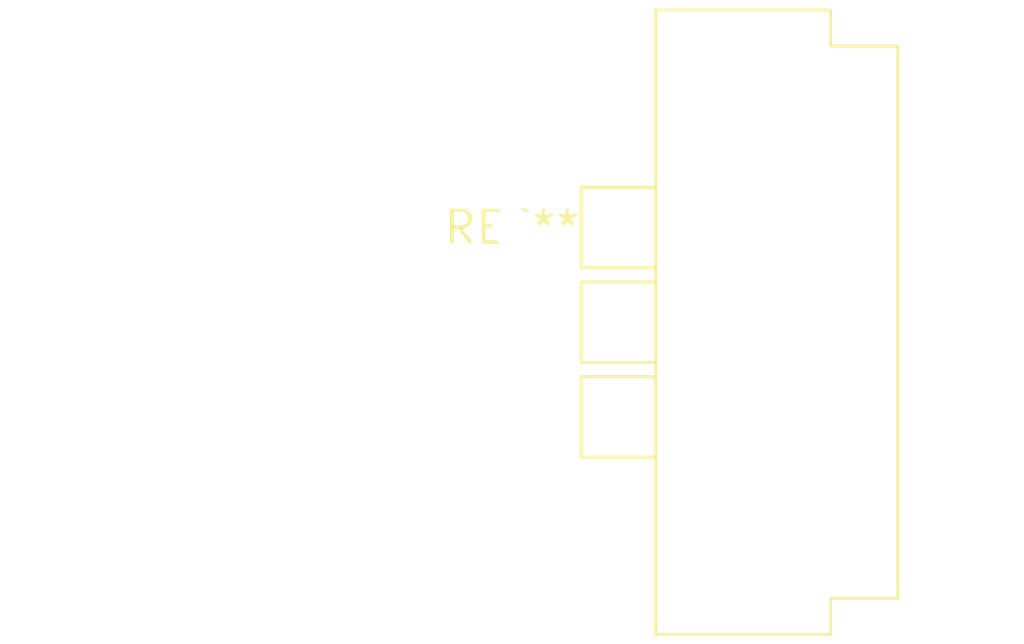
<source format=kicad_pcb>
(kicad_pcb (version 20240108) (generator pcbnew)
  (layers (0 "F.Cu" signal) (31 "B.Cu" signal) (34 "B.Paste" user) (35 "F.Paste" user) (36 "B.SilkS" user "B.Silkscreen") (37 "F.SilkS" user "F.Silkscreen") (38 "B.Mask" user) (39 "F.Mask" user) (44 "Edge.Cuts" user))
  (net 0 "")
  (footprint "Jack_XLR_Neutrik_NC3MAFH-PH_Horizontal" (layer "F.Cu") (at 0 0)
    (property "Reference" "REF**")
    (property "Value" "Jack_XLR_Neutrik_NC3MAFH-PH_Horizontal")
    (fp_line (start 2.78 -1.62) (end 2.78 1.62) (layer "F.SilkS") (stroke (width 0.12)))
    (fp_line (start 2.78 2.19) (end 2.78 5.43) (layer "F.SilkS") (stroke (width 0.12)))
    (fp_line (start 2.78 6) (end 2.78 9.24) (layer "F.SilkS") (stroke (width 0.12)))
    (fp_line (start 5.78 -1.62) (end 2.78 -1.62) (layer "F.SilkS") (stroke (width 0.12)))
    (fp_line (start 5.78 1.62) (end 2.78 1.62) (layer "F.SilkS") (stroke (width 0.12)))
    (fp_line (start 5.78 2.19) (end 2.78 2.19) (layer "F.SilkS") (stroke (width 0.12)))
    (fp_line (start 5.78 5.43) (end 2.78 5.43) (layer "F.SilkS") (stroke (width 0.12)))
    (fp_line (start 5.78 6) (end 2.78 6) (layer "F.SilkS") (stroke (width 0.12)))
    (fp_line (start 5.78 9.24) (end 2.78 9.24) (layer "F.SilkS") (stroke (width 0.12)))
    (fp_line (start 5.78 16.38) (end 5.78 -8.76) (layer "F.SilkS") (stroke (width 0.12)))
    (fp_line (start 12.82 -8.76) (end 5.78 -8.76) (layer "F.SilkS") (stroke (width 0.12)))
    (fp_line (start 12.82 -8.76) (end 12.82 -7.31) (layer "F.SilkS") (stroke (width 0.12)))
    (fp_line (start 12.82 -7.31) (end 15.52 -7.31) (layer "F.SilkS") (stroke (width 0.12)))
    (fp_line (start 12.82 14.93) (end 12.82 16.38) (layer "F.SilkS") (stroke (width 0.12)))
    (fp_line (start 12.82 14.93) (end 15.52 14.93) (layer "F.SilkS") (stroke (width 0.12)))
    (fp_line (start 12.82 16.38) (end 5.78 16.38) (layer "F.SilkS") (stroke (width 0.12)))
    (fp_line (start 15.52 -7.31) (end 15.52 14.93) (layer "F.SilkS") (stroke (width 0.12)))
    (pad "" np_thru_hole circle (at 8.89 0) (size 1.6 1.6) (drill 1.6) (layers *.Cu *.Mask))
    (pad "1" thru_hole circle (at 0 0) (size 3.4 3.4) (drill 1.6) (layers *.Cu *.Mask) (remove_unused_layers))
    (pad "2" thru_hole circle (at -0.635 7.62) (size 3.4 3.4) (drill 1.6) (layers *.Cu *.Mask) (remove_unused_layers))
    (pad "3" thru_hole circle (at -4.45 3.81) (size 2.9 2.9) (drill 1.2) (layers *.Cu *.Mask) (remove_unused_layers))
  )
)
</source>
